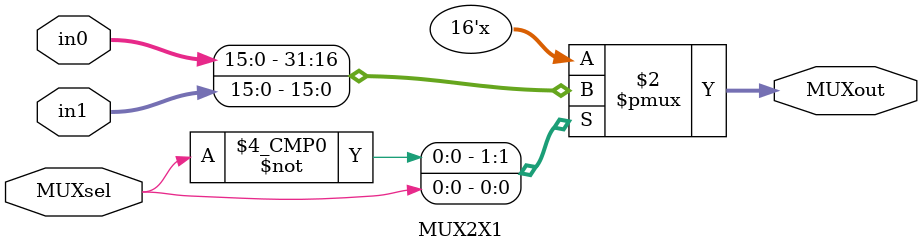
<source format=v>
module MUX2X1 (
    input [15:0] in1, in0,
    input MUXsel,
    output reg [15:0] MUXout
);

    always @(*) begin
        case(MUXsel)
            1'b0: MUXout = in0;
            1'b1: MUXout = in1;
            default: MUXout = 16'b0;
        endcase
    end
endmodule
</source>
